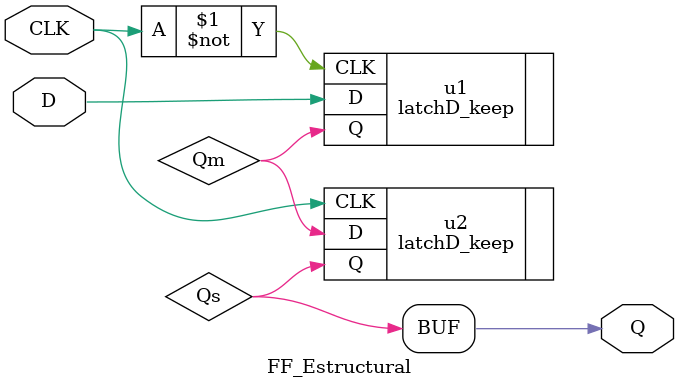
<source format=v>
module FF_Estructural (
    input D,CLK,
    output Q
);
    wire Qm,Qs/*synthesis keep*/;

    latchD_keep u1 (
        .D(D),
        .CLK(~CLK),
        .Q(Qm)
    );

    latchD_keep u2 (
        .D(Qm),
        .CLK(CLK),
        .Q(Qs)
    );

    assign Q=Qs;
endmodule
</source>
